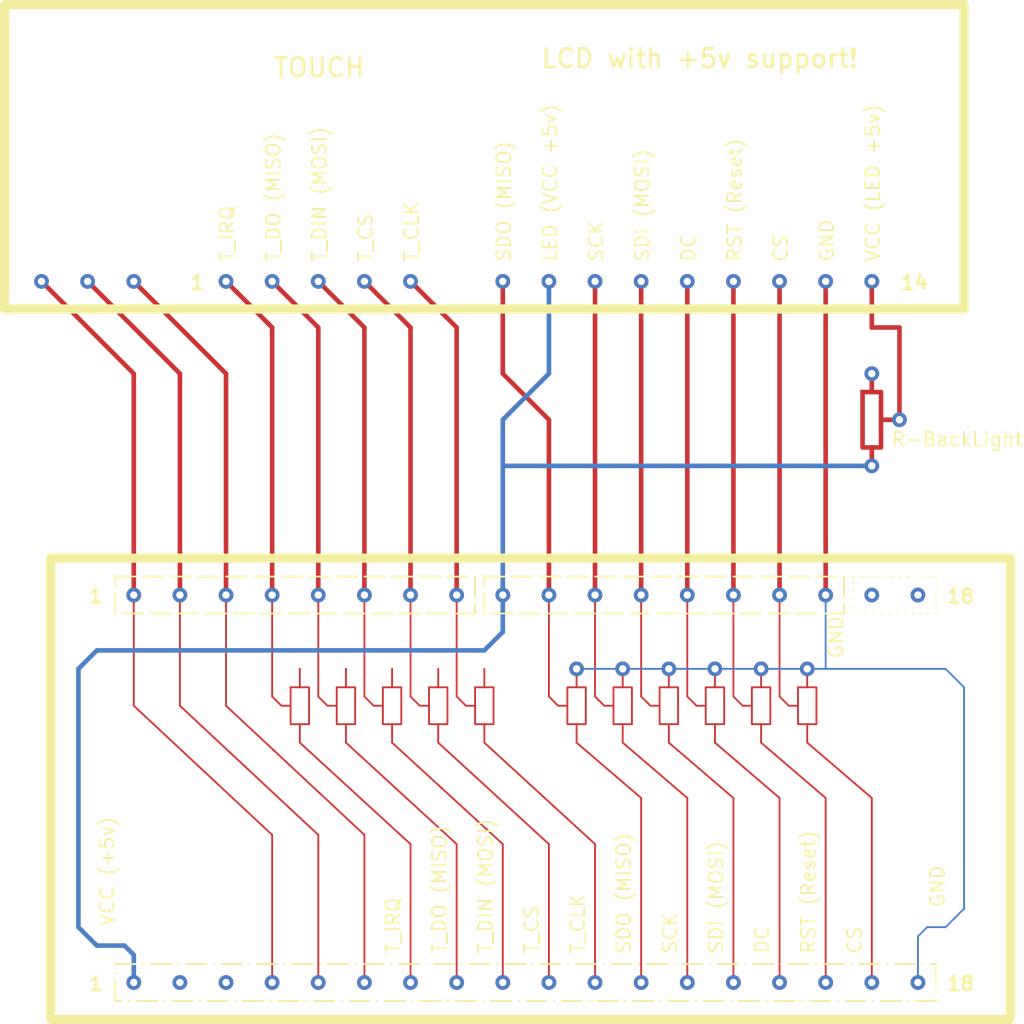
<source format=kicad_pcb>
(kicad_pcb
	(version 20240108)
	(generator "pcbnew")
	(generator_version "8.0")
	(general
		(thickness 1.6)
		(legacy_teardrops no)
	)
	(paper "A4")
	(layers
		(0 "F.Cu" signal)
		(31 "B.Cu" signal)
		(32 "B.Adhes" user "B.Adhesive")
		(33 "F.Adhes" user "F.Adhesive")
		(34 "B.Paste" user)
		(35 "F.Paste" user)
		(36 "B.SilkS" user "B.Silkscreen")
		(37 "F.SilkS" user "F.Silkscreen")
		(38 "B.Mask" user)
		(39 "F.Mask" user)
		(40 "Dwgs.User" user "User.Drawings")
		(41 "Cmts.User" user "User.Comments")
		(42 "Eco1.User" user "User.Eco1")
		(43 "Eco2.User" user "User.Eco2")
		(44 "Edge.Cuts" user)
		(45 "Margin" user)
		(46 "B.CrtYd" user "B.Courtyard")
		(47 "F.CrtYd" user "F.Courtyard")
		(48 "B.Fab" user)
		(49 "F.Fab" user)
		(50 "User.1" user)
		(51 "User.2" user)
		(52 "User.3" user)
		(53 "User.4" user)
		(54 "User.5" user)
		(55 "User.6" user)
		(56 "User.7" user)
		(57 "User.8" user)
		(58 "User.9" user)
	)
	(setup
		(pad_to_mask_clearance 0)
		(allow_soldermask_bridges_in_footprints no)
		(pcbplotparams
			(layerselection 0x00010fc_ffffffff)
			(plot_on_all_layers_selection 0x0000000_00000000)
			(disableapertmacros no)
			(usegerberextensions no)
			(usegerberattributes yes)
			(usegerberadvancedattributes yes)
			(creategerberjobfile yes)
			(dashed_line_dash_ratio 12.000000)
			(dashed_line_gap_ratio 3.000000)
			(svgprecision 4)
			(plotframeref no)
			(viasonmask no)
			(mode 1)
			(useauxorigin no)
			(hpglpennumber 1)
			(hpglpenspeed 20)
			(hpglpendiameter 15.000000)
			(pdf_front_fp_property_popups yes)
			(pdf_back_fp_property_popups yes)
			(dxfpolygonmode yes)
			(dxfimperialunits yes)
			(dxfusepcbnewfont yes)
			(psnegative no)
			(psa4output no)
			(plotreference yes)
			(plotvalue yes)
			(plotfptext yes)
			(plotinvisibletext no)
			(sketchpadsonfab no)
			(subtractmaskfromsilk no)
			(outputformat 1)
			(mirror no)
			(drillshape 1)
			(scaleselection 1)
			(outputdirectory "")
		)
	)
	(net 0 "")
	(gr_line
		(start 90 50)
		(end 90 84)
		(stroke
			(width 0.5)
			(type default)
		)
		(layer "F.Cu")
		(uuid "01123c3c-d3d5-4bb9-a141-bd3bcf2271c9")
	)
	(gr_line
		(start 63 94)
		(end 63 92)
		(stroke
			(width 0.2)
			(type default)
		)
		(layer "F.Cu")
		(uuid "03447bba-1ed6-4ae5-938c-a0500f0166cb")
	)
	(gr_line
		(start 58 100)
		(end 70 111)
		(stroke
			(width 0.2)
			(type default)
		)
		(layer "F.Cu")
		(uuid "07ccb35f-ce8f-4a0d-aabd-ff01c13b3571")
	)
	(gr_line
		(start 40 96)
		(end 55 110)
		(stroke
			(width 0.2)
			(type default)
		)
		(layer "F.Cu")
		(uuid "0970c0ad-698d-462f-bf0e-8b8897f281e6")
	)
	(gr_rect
		(start 92 94)
		(end 94 98)
		(stroke
			(width 0.2)
			(type default)
		)
		(fill none)
		(layer "F.Cu")
		(uuid "12cd4de3-5f39-4dfc-8321-26ee699fdd80")
	)
	(gr_line
		(start 60 126)
		(end 60 111)
		(stroke
			(width 0.2)
			(type default)
		)
		(layer "F.Cu")
		(uuid "17ad3d0d-4ded-47f1-9c61-3963bca56037")
	)
	(gr_line
		(start 48 98)
		(end 48 100)
		(stroke
			(width 0.2)
			(type default)
		)
		(layer "F.Cu")
		(uuid "1b6821b9-1490-427e-8a77-e62f466412cc")
	)
	(gr_rect
		(start 52 94)
		(end 54 98)
		(stroke
			(width 0.2)
			(type default)
		)
		(fill none)
		(layer "F.Cu")
		(uuid "1c6cfe5d-e26d-400b-9f50-b3cf51f662b8")
	)
	(gr_line
		(start 76 96)
		(end 77 96)
		(stroke
			(width 0.2)
			(type default)
		)
		(layer "F.Cu")
		(uuid "254192ed-e26f-41ff-b09b-bd129c0532ea")
	)
	(gr_rect
		(start 102 94)
		(end 104 98)
		(stroke
			(width 0.2)
			(type default)
		)
		(fill none)
		(layer "F.Cu")
		(uuid "268d08fe-c198-4b8a-a772-e5da6ce3aa9d")
	)
	(gr_line
		(start 65 95)
		(end 66 96)
		(stroke
			(width 0.2)
			(type default)
		)
		(layer "F.Cu")
		(uuid "26d842bb-e17c-49bb-ae71-a16a6770267b")
	)
	(gr_line
		(start 68 98)
		(end 68 100)
		(stroke
			(width 0.2)
			(type default)
		)
		(layer "F.Cu")
		(uuid "2e8a820d-ef7d-4f9d-bf60-8c2ea3e0f1ff")
	)
	(gr_line
		(start 66 96)
		(end 67 96)
		(stroke
			(width 0.2)
			(type default)
		)
		(layer "F.Cu")
		(uuid "2f1f0f0c-c577-454a-94c1-3726be3ac4d4")
	)
	(gr_line
		(start 85 50)
		(end 85 84)
		(stroke
			(width 0.5)
			(type default)
		)
		(layer "F.Cu")
		(uuid "2fe77d2b-1704-4499-af90-d2e6a3f70e98")
	)
	(gr_line
		(start 68 94)
		(end 68 92)
		(stroke
			(width 0.2)
			(type default)
		)
		(layer "F.Cu")
		(uuid "3087d7f0-0300-4c68-a1d5-ec40f7942ea6")
	)
	(gr_line
		(start 96 96)
		(end 97 96)
		(stroke
			(width 0.2)
			(type default)
		)
		(layer "F.Cu")
		(uuid "32ade15d-ca44-4716-a956-81aac869cb04")
	)
	(gr_line
		(start 60 84)
		(end 60 95)
		(stroke
			(width 0.2)
			(type default)
		)
		(layer "F.Cu")
		(uuid "34406dec-13fe-4f86-9d38-e2cc77adec20")
	)
	(gr_line
		(start 60 95)
		(end 61 96)
		(stroke
			(width 0.2)
			(type default)
		)
		(layer "F.Cu")
		(uuid "3863d8ab-6b81-4220-a933-316b5866428e")
	)
	(gr_line
		(start 48 94)
		(end 48 92)
		(stroke
			(width 0.2)
			(type default)
		)
		(layer "F.Cu")
		(uuid "3c646e36-2626-4cb7-8a5d-f337ae91010d")
	)
	(gr_line
		(start 95 106)
		(end 95 126)
		(stroke
			(width 0.2)
			(type default)
		)
		(layer "F.Cu")
		(uuid "3e1bb7af-ab08-44e1-b475-3ce15ba92f8a")
	)
	(gr_line
		(start 100 84)
		(end 100 95)
		(stroke
			(width 0.2)
			(type default)
		)
		(layer "F.Cu")
		(uuid "3f5d6e99-a26e-45dd-a5f6-e0d2f44193af")
	)
	(gr_rect
		(start 67 94)
		(end 69 98)
		(stroke
			(width 0.2)
			(type default)
		)
		(fill none)
		(layer "F.Cu")
		(uuid "40b81266-97f3-4d1f-b85d-6b71f798cbbe")
	)
	(gr_line
		(start 86 96)
		(end 87 96)
		(stroke
			(width 0.2)
			(type default)
		)
		(layer "F.Cu")
		(uuid "42804d40-8858-4372-9de5-0978a9f7f265")
	)
	(gr_line
		(start 58 98)
		(end 58 100)
		(stroke
			(width 0.2)
			(type default)
		)
		(layer "F.Cu")
		(uuid "454f87a5-4388-4c96-be2c-ac5aa6c241d9")
	)
	(gr_line
		(start 30 96)
		(end 30 84)
		(stroke
			(width 0.2)
			(type default)
		)
		(layer "F.Cu")
		(uuid "4891757d-5564-4dc5-a410-87e4d7f59c1a")
	)
	(gr_rect
		(start 57 94)
		(end 59 98)
		(stroke
			(width 0.2)
			(type default)
		)
		(fill none)
		(layer "F.Cu")
		(uuid "48ba16ac-b8ca-4565-a8bb-631b5ae8ff19")
	)
	(gr_rect
		(start 47 94)
		(end 49 98)
		(stroke
			(width 0.2)
			(type default)
		)
		(fill none)
		(layer "F.Cu")
		(uuid "4a5ebd8e-b55b-45bd-bae0-37da0e947a04")
	)
	(gr_line
		(start 70 60)
		(end 75 65)
		(stroke
			(width 0.5)
			(type default)
		)
		(layer "F.Cu")
		(uuid "4ba576e0-6ca1-4ebf-82ef-6dfeaaab9624")
	)
	(gr_line
		(start 90 126)
		(end 90 106)
		(stroke
			(width 0.2)
			(type default)
		)
		(layer "F.Cu")
		(uuid "4d6c6eb5-f522-4aa1-96ee-8ffa824ccfd4")
	)
	(gr_line
		(start 91 96)
		(end 92 96)
		(stroke
			(width 0.2)
			(type default)
		)
		(layer "F.Cu")
		(uuid "51ec7f1f-2cd2-4361-857a-49902b3eca19")
	)
	(gr_line
		(start 83 98)
		(end 83 100)
		(stroke
			(width 0.2)
			(type default)
		)
		(layer "F.Cu")
		(uuid "53e28324-403f-4c25-b256-0782bc689d8e")
	)
	(gr_line
		(start 110 50)
		(end 110 55)
		(stroke
			(width 0.5)
			(type default)
		)
		(layer "F.Cu")
		(uuid "59ad27c8-8f18-40bf-80cb-b8d956984489")
	)
	(gr_line
		(start 40 84)
		(end 40 96)
		(stroke
			(width 0.2)
			(type default)
		)
		(layer "F.Cu")
		(uuid "59b91377-2be3-4bd4-9db6-a383c4f18c27")
	)
	(gr_line
		(start 70 126)
		(end 70 111)
		(stroke
			(width 0.2)
			(type default)
		)
		(layer "F.Cu")
		(uuid "5e4d4302-8649-4cbe-94b1-748827822472")
	)
	(gr_line
		(start 45 110)
		(end 30 96)
		(stroke
			(width 0.2)
			(type default)
		)
		(layer "F.Cu")
		(uuid "620b9342-0d04-41b2-bca1-2fd10cd71359")
	)
	(gr_line
		(start 85 106)
		(end 85 126)
		(stroke
			(width 0.2)
			(type default)
		)
		(layer "F.Cu")
		(uuid "62c6e715-3f2e-42ed-8f3e-4fa606400676")
	)
	(gr_line
		(start 70 50)
		(end 70 60)
		(stroke
			(width 0.5)
			(type default)
		)
		(layer "F.Cu")
		(uuid "631ac96d-ae5e-407f-8626-c7f3faf529ab")
	)
	(gr_line
		(start 80 126)
		(end 80 111)
		(stroke
			(width 0.2)
			(type default)
		)
		(layer "F.Cu")
		(uuid "635dba88-09f4-4ca0-9cac-78a3768f488a")
	)
	(gr_line
		(start 63 100)
		(end 75 111)
		(stroke
			(width 0.2)
			(type default)
		)
		(layer "F.Cu")
		(uuid "63b7f9af-7764-4382-a476-983fd1f2f7e8")
	)
	(gr_line
		(start 100 106)
		(end 100 126)
		(stroke
			(width 0.2)
			(type default)
		)
		(layer "F.Cu")
		(uuid "64b1c947-a751-40b1-918a-a542adcc4c43")
	)
	(gr_line
		(start 101 96)
		(end 102 96)
		(stroke
			(width 0.2)
			(type default)
		)
		(layer "F.Cu")
		(uuid "6e20dacb-4463-43a3-9349-fef431cb2f5e")
	)
	(gr_rect
		(start 97 94)
		(end 99 98)
		(stroke
			(width 0.2)
			(type default)
		)
		(fill none)
		(layer "F.Cu")
		(uuid "6f49d479-b536-4cc9-8136-a2c6855e8f32")
	)
	(gr_line
		(start 48 100)
		(end 60 111)
		(stroke
			(width 0.2)
			(type default)
		)
		(layer "F.Cu")
		(uuid "6f7b4259-ab87-45b4-a556-a4a34a51d2a1")
	)
	(gr_line
		(start 61 96)
		(end 62 96)
		(stroke
			(width 0.2)
			(type default)
		)
		(layer "F.Cu")
		(uuid "706d913c-b503-40c7-a069-36e5e1af582d")
	)
	(gr_rect
		(start 88 92)
		(end 88 94)
		(stroke
			(width 0.2)
			(type default)
		)
		(fill none)
		(layer "F.Cu")
		(uuid "71029ba7-4a83-4f5a-8d71-c662963a49ce")
	)
	(gr_line
		(start 51 96)
		(end 52 96)
		(stroke
			(width 0.2)
			(type default)
		)
		(layer "F.Cu")
		(uuid "7267ac21-73b6-4b08-adf1-19da4080c1bd")
	)
	(gr_line
		(start 113 55)
		(end 113 65)
		(stroke
			(width 0.5)
			(type default)
		)
		(layer "F.Cu")
		(uuid "74314d44-6ee8-4701-b305-d05a03c7f281")
	)
	(gr_line
		(start 88 100)
		(end 95 106)
		(stroke
			(width 0.2)
			(type default)
		)
		(layer "F.Cu")
		(uuid "744a9ee3-12c0-47c9-8ab2-090f2492972f")
	)
	(gr_rect
		(start 62 94)
		(end 64 98)
		(stroke
			(width 0.2)
			(type default)
		)
		(fill none)
		(layer "F.Cu")
		(uuid "74bc4f2e-e659-44ac-b188-66159f9e9f93")
	)
	(gr_line
		(start 58 94)
		(end 58 92)
		(stroke
			(width 0.2)
			(type default)
		)
		(layer "F.Cu")
		(uuid "7513ed01-4c2f-4bec-a2fc-1316b89e186e")
	)
	(gr_line
		(start 46 96)
		(end 47 96)
		(stroke
			(width 0.2)
			(type default)
		)
		(layer "F.Cu")
		(uuid "76728fbc-8ef6-4fcb-870b-a112e18b0e24")
	)
	(gr_line
		(start 65 84)
		(end 65 95)
		(stroke
			(width 0.2)
			(type default)
		)
		(layer "F.Cu")
		(uuid "772dcd90-0648-4551-b8ba-302a519491ba")
	)
	(gr_line
		(start 110 62)
		(end 110 60)
		(stroke
			(width 0.5)
			(type default)
		)
		(layer "F.Cu")
		(uuid "778a06ae-8b85-4504-ac8e-b3f818067aab")
	)
	(gr_line
		(start 35 84)
		(end 35 96)
		(stroke
			(width 0.2)
			(type default)
		)
		(layer "F.Cu")
		(uuid "78221861-0dbf-4ab7-9014-4ba776bd1e3b")
	)
	(gr_line
		(start 55 110)
		(end 55 126)
		(stroke
			(width 0.2)
			(type default)
		)
		(layer "F.Cu")
		(uuid "7f1f2b9f-cf1b-4014-938e-22e843840260")
	)
	(gr_line
		(start 75 65)
		(end 75 84)
		(stroke
			(width 0.5)
			(type default)
		)
		(layer "F.Cu")
		(uuid "82cef38b-5eb8-4d44-995b-3af3217a31ff")
	)
	(gr_rect
		(start 78 92)
		(end 78 94)
		(stroke
			(width 0.2)
			(type default)
		)
		(fill none)
		(layer "F.Cu")
		(uuid "86fc0a45-dbb5-4c7b-b3d4-069f7d5e6f18")
	)
	(gr_line
		(start 65 126)
		(end 65 111)
		(stroke
			(width 0.2)
			(type default)
		)
		(layer "F.Cu")
		(uuid "8899c700-642b-4176-a2e5-5f637087278a")
	)
	(gr_line
		(start 75 95)
		(end 76 96)
		(stroke
			(width 0.2)
			(type default)
		)
		(layer "F.Cu")
		(uuid "891e364d-4d9d-4b15-ab5f-e695d66e2e1d")
	)
	(gr_line
		(start 35 96)
		(end 50 110)
		(stroke
			(width 0.2)
			(type default)
		)
		(layer "F.Cu")
		(uuid "8b6c497e-52e7-4213-8c92-57d787ed78cf")
	)
	(gr_line
		(start 98 98)
		(end 98 100)
		(stroke
			(width 0.2)
			(type default)
		)
		(layer "F.Cu")
		(uuid "8f225bda-5875-4718-8df7-54211480ca88")
	)
	(gr_line
		(start 103 100)
		(end 110 106)
		(stroke
			(width 0.2)
			(type default)
		)
		(layer "F.Cu")
		(uuid "95a7f379-a7fa-4652-866f-f0344ced42de")
	)
	(gr_line
		(start 90 95)
		(end 91 96)
		(stroke
			(width 0.2)
			(type default)
		)
		(layer "F.Cu")
		(uuid "95ae191d-c931-4818-831c-f32df418da7a")
	)
	(gr_line
		(start 95 95)
		(end 96 96)
		(stroke
			(width 0.2)
			(type default)
		)
		(layer "F.Cu")
		(uuid "97b9f9a4-135a-4315-b3ad-18ddf2cbe1de")
	)
	(gr_line
		(start 56 96)
		(end 57 96)
		(stroke
			(width 0.2)
			(type default)
		)
		(layer "F.Cu")
		(uuid "9ba53e2a-15c6-4de9-a84b-4639392249e5")
	)
	(gr_line
		(start 88 98)
		(end 88 100)
		(stroke
			(width 0.2)
			(type default)
		)
		(layer "F.Cu")
		(uuid "9dfb9882-df00-49de-b653-d15a8223865a")
	)
	(gr_rect
		(start 83 92)
		(end 83 94)
		(stroke
			(width 0.2)
			(type default)
		)
		(fill none)
		(layer "F.Cu")
		(uuid "a0510d60-2fca-44a8-bf47-0205e3616efd")
	)
	(gr_line
		(start 55 84)
		(end 55 95)
		(stroke
			(width 0.2)
			(type default)
		)
		(layer "F.Cu")
		(uuid "a4903989-5adf-42db-8d2b-2517e88edb30")
	)
	(gr_line
		(start 53 100)
		(end 65 111)
		(stroke
			(width 0.2)
			(type default)
		)
		(layer "F.Cu")
		(uuid "a5c205b7-8f70-487e-8ed8-58a9c9da6c25")
	)
	(gr_line
		(start 85 84)
		(end 85 95)
		(stroke
			(width 0.2)
			(type default)
		)
		(layer "F.Cu")
		(uuid "a6e8a640-1e2f-4da5-b893-c00d0c7adad1")
	)
	(gr_line
		(start 110 55)
		(end 113 55)
		(stroke
			(width 0.5)
			(type default)
		)
		(layer "F.Cu")
		(uuid "a71c8ace-91ea-498b-8181-326272b2011a")
	)
	(gr_rect
		(start 93 92)
		(end 93 94)
		(stroke
			(width 0.2)
			(type default)
		)
		(fill none)
		(layer "F.Cu")
		(uuid "a78ef63c-6a2a-4873-8bd3-1ff5fc00aa5e")
	)
	(gr_line
		(start 55 95)
		(end 56 96)
		(stroke
			(width 0.2)
			(type default)
		)
		(layer "F.Cu")
		(uuid "a7b32609-43ca-4dc9-8752-3267c5898acb")
	)
	(gr_line
		(start 68 100)
		(end 80 111)
		(stroke
			(width 0.2)
			(type default)
		)
		(layer "F.Cu")
		(uuid "a9a0dc72-2d85-4a5f-b325-19a10bcde6d6")
	)
	(gr_line
		(start 53 94)
		(end 53 92)
		(stroke
			(width 0.2)
			(type default)
		)
		(layer "F.Cu")
		(uuid "acce1303-bddf-48cb-9dc0-5b3cff7987c1")
	)
	(gr_line
		(start 105 106)
		(end 105 126)
		(stroke
			(width 0.2)
			(type default)
		)
		(layer "F.Cu")
		(uuid "aec4afa3-dbce-4dec-854a-bae5de486059")
	)
	(gr_rect
		(start 87 94)
		(end 89 98)
		(stroke
			(width 0.2)
			(type default)
		)
		(fill none)
		(layer "F.Cu")
		(uuid "af1b80f5-1184-4e93-9c2a-3c588bed4c02")
	)
	(gr_line
		(start 98 100)
		(end 105 106)
		(stroke
			(width 0.2)
			(type default)
		)
		(layer "F.Cu")
		(uuid "b0182aab-528b-4dd8-b505-7f72d1fa79ac")
	)
	(gr_line
		(start 80 84)
		(end 80 95)
		(stroke
			(width 0.2)
			(type default)
		)
		(layer "F.Cu")
		(uuid "b22e13be-ba4e-4b98-89ae-5df1e1e41742")
	)
	(gr_line
		(start 110 70)
		(end 110 68)
		(stroke
			(width 0.5)
			(type default)
		)
		(layer "F.Cu")
		(uuid "b2aad3bc-c9ab-4d81-bf1c-2ba876f22e5c")
	)
	(gr_line
		(start 90 84)
		(end 90 95)
		(stroke
			(width 0.2)
			(type default)
		)
		(layer "F.Cu")
		(uuid "b7f34d25-08ea-4d6f-bd49-336a595a18a5")
	)
	(gr_line
		(start 63 98)
		(end 63 100)
		(stroke
			(width 0.2)
			(type default)
		)
		(layer "F.Cu")
		(uuid "ba5483ce-7add-413a-9847-19d704cdb1aa")
	)
	(gr_line
		(start 45 95)
		(end 46 96)
		(stroke
			(width 0.2)
			(type default)
		)
		(layer "F.Cu")
		(uuid "bab6cb08-24ba-40f3-9976-91b0af61ef23")
	)
	(gr_line
		(start 93 98)
		(end 93 100)
		(stroke
			(width 0.2)
			(type default)
		)
		(layer "F.Cu")
		(uuid "bc4185b5-dba7-45ac-a981-52993752e57c")
	)
	(gr_line
		(start 95 84)
		(end 95 95)
		(stroke
			(width 0.2)
			(type default)
		)
		(layer "F.Cu")
		(uuid "c3507977-bfd8-46ae-816e-8dedf4f3d92f")
	)
	(gr_line
		(start 75 126)
		(end 75 111)
		(stroke
			(width 0.2)
			(type default)
		)
		(layer "F.Cu")
		(uuid "c38465ee-c313-4ff7-9a70-7ddfffd5462b")
	)
	(gr_rect
		(start 77 94)
		(end 79 98)
		(stroke
			(width 0.2)
			(type default)
		)
		(fill none)
		(layer "F.Cu")
		(uuid "c70e17b0-122b-440d-9431-766a394ac7f4")
	)
	(gr_line
		(start 50 95)
		(end 51 96)
		(stroke
			(width 0.2)
			(type default)
		)
		(layer "F.Cu")
		(uuid "cba1d016-a7f1-40c8-88f9-b878fd7039e0")
	)
	(gr_line
		(start 105 50)
		(end 105 84)
		(stroke
			(width 0.5)
			(type default)
		)
		(layer "F.Cu")
		(uuid "cc59ed76-fe67-45e9-82a3-361af09deb67")
	)
	(gr_line
		(start 53 98)
		(end 53 100)
		(stroke
			(width 0.2)
			(type default)
		)
		(layer "F.Cu")
		(uuid "cd015e32-c8f6-4e27-9222-fb5a1f687027")
	)
	(gr_line
		(start 100 95)
		(end 101 96)
		(stroke
			(width 0.2)
			(type default)
		)
		(layer "F.Cu")
		(uuid "ce0f33a6-83bd-42d5-83f6-9bbb04b08635")
	)
	(gr_rect
		(start 82 94)
		(end 84 98)
		(stroke
			(width 0.2)
			(type default)
		)
		(fill none)
		(layer "F.Cu")
		(uuid "ce8a7736-9208-4329-8894-d69751080ca7")
	)
	(gr_line
		(start 50 110)
		(end 50 126)
		(stroke
			(width 0.2)
			(type default)
		)
		(layer "F.Cu")
		(uuid "cea076d1-5111-4555-951e-6e86fffac3df")
	)
	(gr_line
		(start 93 100)
		(end 100 106)
		(stroke
			(width 0.2)
			(type default)
		)
		(layer "F.Cu")
		(uuid "d090e80e-fd23-4b67-9604-072970212a53")
	)
	(gr_line
		(start 78 98)
		(end 78 100)
		(stroke
			(width 0.2)
			(type default)
		)
		(layer "F.Cu")
		(uuid "d0c5bcb4-f033-4586-88d7-0279fea63d85")
	)
	(gr_line
		(start 85 95)
		(end 86 96)
		(stroke
			(width 0.2)
			(type default)
		)
		(layer "F.Cu")
		(uuid "d236e90a-182e-4711-97ee-c111dcddea71")
	)
	(gr_line
		(start 45 126)
		(end 45 110)
		(stroke
			(width 0.2)
			(type default)
		)
		(layer "F.Cu")
		(uuid "d7a17570-a352-4ca0-8002-21ea3e6fe3db")
	)
	(gr_rect
		(start 109 62)
		(end 111 68)
		(stroke
			(width 0.5)
			(type default)
		)
		(fill none)
		(layer "F.Cu")
		(uuid "d8d0d2b8-edaf-471b-8bdc-718eb719f4d4")
	)
	(gr_line
		(start 103 98)
		(end 103 100)
		(stroke
			(width 0.2)
			(type default)
		)
		(layer "F.Cu")
		(uuid "dc6a3eaf-4c2e-4d63-af7f-4a19b721f0b1")
	)
	(gr_line
		(start 90 106)
		(end 83 100)
		(stroke
			(width 0.2)
			(type default)
		)
		(layer "F.Cu")
		(uuid "e1e424f1-7af9-42b9-96c1-7d8eef83b41f")
	)
	(gr_line
		(start 45 84)
		(end 45 95)
		(stroke
			(width 0.2)
			(type default)
		)
		(layer "F.Cu")
		(uuid "e6d2f1ad-c2ae-460a-b97b-fe6bbdc3017c")
	)
	(gr_line
		(start 80 95)
		(end 81 96)
		(stroke
			(width 0.2)
			(type default)
		)
		(layer "F.Cu")
		(uuid "ee4cb2ec-b7ba-4393-bef2-6d1bbb056eed")
	)
	(gr_line
		(start 50 84)
		(end 50 95)
		(stroke
			(width 0.2)
			(type default)
		)
		(layer "F.Cu")
		(uuid "f1973165-1e42-4e48-8fda-20670c11f2a7")
	)
	(gr_line
		(start 78 100)
		(end 85 106)
		(stroke
			(width 0.2)
			(type default)
		)
		(layer "F.Cu")
		(uuid "f27cdfe8-6d4d-4661-a129-c50e4f3b18fd")
	)
	(gr_rect
		(start 98 92)
		(end 98 94)
		(stroke
			(width 0.2)
			(type default)
		)
		(fill none)
		(layer "F.Cu")
		(uuid "f31104d8-e5fe-4d3b-ac58-f078c9d22ec7")
	)
	(gr_line
		(start 110 106)
		(end 110 126)
		(stroke
			(width 0.2)
			(type default)
		)
		(layer "F.Cu")
		(uuid "f474aca8-5ccd-444c-99e3-f84afe200015")
	)
	(gr_line
		(start 81 96)
		(end 82 96)
		(stroke
			(width 0.2)
			(type default)
		)
		(layer "F.Cu")
		(uuid "f5e84f74-3bce-4e9d-acec-2ceb71f8c97c")
	)
	(gr_line
		(start 103 94)
		(end 103 92)
		(stroke
			(width 0.2)
			(type default)
		)
		(layer "F.Cu")
		(uuid "f60061e1-5fd7-4d6c-863f-f4463269c84f")
	)
	(gr_line
		(start 95 50)
		(end 95 84)
		(stroke
			(width 0.5)
			(type default)
		)
		(layer "F.Cu")
		(uuid "f6dcde07-1c77-4cef-bda3-7a28318a6636")
	)
	(gr_line
		(start 100 50)
		(end 100 84)
		(stroke
			(width 0.5)
			(type default)
		)
		(layer "F.Cu")
		(uuid "f91df52f-831c-4176-8d1a-0de0c822b621")
	)
	(gr_line
		(start 75 84)
		(end 75 95)
		(stroke
			(width 0.2)
			(type default)
		)
		(layer "F.Cu")
		(uuid "fb06fcd7-9d59-4413-93b1-73d762736a8a")
	)
	(gr_line
		(start 113 65)
		(end 111 65)
		(stroke
			(width 0.5)
			(type default)
		)
		(layer "F.Cu")
		(uuid "fb898528-acdd-4109-8ed1-7382bfad05d1")
	)
	(gr_line
		(start 80 50)
		(end 80 84)
		(stroke
			(width 0.5)
			(type default)
		)
		(layer "F.Cu")
		(uuid "fbe1e494-ef33-41d4-9355-9587161063c5")
	)
	(gr_line
		(start 75 60)
		(end 70 65)
		(stroke
			(width 0.5)
			(type default)
		)
		(layer "B.Cu")
		(uuid "014c8f63-d219-4bfe-891d-09de164d7e4b")
	)
	(gr_line
		(start 103 92)
		(end 118 92)
		(stroke
			(width 0.2)
			(type default)
		)
		(layer "B.Cu")
		(uuid "028f3327-81d5-4021-aeb5-1dea91dab9e6")
	)
	(gr_line
		(start 70 84)
		(end 70 88)
		(stroke
			(width 0.5)
			(type default)
		)
		(layer "B.Cu")
		(uuid "33c33458-1df3-4c65-8e22-1ff017019f20")
	)
	(gr_line
		(start 29 122)
		(end 30 123)
		(stroke
			(width 0.5)
			(type default)
		)
		(layer "B.Cu")
		(uuid "38eba752-e93d-457b-8c48-f48c4e4a7d85")
	)
	(gr_line
		(start 26 122)
		(end 29 122)
		(stroke
			(width 0.5)
			(type default)
		)
		(layer "B.Cu")
		(uuid "49fa5b2a-4c53-401e-bb5a-366d91d1146f")
	)
	(gr_line
		(start 70 70)
		(end 110 70)
		(stroke
			(width 0.5)
			(type default)
		)
		(layer "B.Cu")
		(uuid "51335dbc-a4ed-40b7-bd50-5c80a6179e8c")
	)
	(gr_line
		(start 24 92)
		(end 24 120)
		(stroke
			(width 0.5)
			(type default)
		)
		(layer "B.Cu")
		(uuid "7dd9bf44-434b-4ab7-91a9-aa546fd07796")
	)
	(gr_line
		(start 78 92)
		(end 103 92)
		(stroke
			(width 0.2)
			(type default)
		)
		(layer "B.Cu")
		(uuid "8eb818b8-6644-40ff-bb4f-c04521c60e66")
	)
	(gr_line
		(start 115 121)
		(end 115 126)
		(stroke
			(width 0.2)
			(type default)
		)
		(layer "B.Cu")
		(uuid "94fe211a-42ac-4853-ab50-101c617f7d65")
	)
	(gr_line
		(start 116 120)
		(end 115 121)
		(stroke
			(width 0.2)
			(type default)
		)
		(layer "B.Cu")
		(uuid "9f8dfaad-a490-43ec-a0f6-76fc8a643dca")
	)
	(gr_line
		(start 70 88)
		(end 68 90)
		(stroke
			(width 0.5)
			(type default)
		)
		(layer "B.Cu")
		(uuid "a0260c35-ff49-41cb-a812-5b5e5242e2b0")
	)
	(gr_line
		(start 68 90)
		(end 26 90)
		(stroke
			(width 0.5)
			(type default)
		)
		(layer "B.Cu")
		(uuid "a0918242-45f4-4ffd-a808-5b49fd4d3ef6")
	)
	(gr_line
		(start 26 90)
		(end 24 92)
		(stroke
			(width 0.5)
			(type default)
		)
		(layer "B.Cu")
		(uuid "a14a45b8-8673-4304-bf17-af0684a15040")
	)
	(gr_line
		(start 70 65)
		(end 70 84)
		(stroke
			(width 0.5)
			(type default)
		)
		(layer "B.Cu")
		(uuid "a46049ed-e66f-4089-ae38-c850376536c0")
	)
	(gr_line
		(start 30 123)
		(end 30 126)
		(stroke
			(width 0.5)
			(type default)
		)
		(layer "B.Cu")
		(uuid "a839fe3a-680b-4752-a029-63530fa05374")
	)
	(gr_line
		(start 105 84)
		(end 105 92)
		(stroke
			(width 0.2)
			(type default)
		)
		(layer "B.Cu")
		(uuid "b365ee49-3689-4eeb-81dc-af2fde26cc8d")
	)
	(gr_line
		(start 120 94)
		(end 120 118)
		(stroke
			(width 0.2)
			(type default)
		)
		(layer "B.Cu")
		(uuid "b8fc8723-24b7-4e02-98e6-536812a18a54")
	)
	(gr_line
		(start 118 120)
		(end 116 120)
		(stroke
			(width 0.2)
			(type default)
		)
		(layer "B.Cu")
		(uuid "c88beaa1-9a6b-4723-b39c-11a47b44a95e")
	)
	(gr_line
		(start 24 120)
		(end 26 122)
		(stroke
			(width 0.5)
			(type default)
		)
		(layer "B.Cu")
		(uuid "cdb065da-82c2-42ba-89f2-7c96a3a2a7fa")
	)
	(gr_line
		(start 118 92)
		(end 120 94)
		(stroke
			(width 0.2)
			(type default)
		)
		(layer "B.Cu")
		(uuid "d5f5825c-e069-49b5-9672-d0307b06e4b9")
	)
	(gr_line
		(start 75 50)
		(end 75 60)
		(stroke
			(width 0.5)
			(type default)
		)
		(layer "B.Cu")
		(uuid "db6a2880-2b2a-4d59-84bb-25820053ab2a")
	)
	(gr_line
		(start 120 118)
		(end 118 120)
		(stroke
			(width 0.2)
			(type default)
		)
		(layer "B.Cu")
		(uuid "ff69965e-fc92-4fd3-9102-48c495bf4284")
	)
	(gr_rect
		(start 21 80)
		(end 125 130)
		(stroke
			(width 1)
			(type default)
		)
		(fill none)
		(layer "F.SilkS")
		(uuid "31974d92-0aa0-4ce9-bca1-3d6245c52ed7")
	)
	(gr_rect
		(start 16 20)
		(end 120 53)
		(stroke
			(width 1)
			(type default)
		)
		(fill none)
		(layer "F.SilkS")
		(uuid "320e8592-33c8-4cac-a36a-a6c07dc0aa7c")
	)
	(gr_rect
		(start 68 82)
		(end 107 86)
		(stroke
			(width 0.2)
			(type dash)
		)
		(fill none)
		(layer "F.SilkS")
		(uuid "4f942929-207c-41b8-9195-877743685185")
	)
	(gr_rect
		(start 108 82)
		(end 117 86)
		(stroke
			(width 0.2)
			(type dot)
		)
		(fill none)
		(layer "F.SilkS")
		(uuid "6f3371a1-330b-4d83-bdaf-622125ac025a")
	)
	(gr_rect
		(start 28 124)
		(end 117 128)
		(stroke
			(width 0.2)
			(type dash_dot)
		)
		(fill none)
		(layer "F.SilkS")
		(uuid "9c96a1d4-bf0e-4425-8a49-8f6ed9b004c2")
	)
	(gr_rect
		(start 28 82)
		(end 67 86)
		(stroke
			(width 0.2)
			(type dash)
		)
		(fill none)
		(layer "F.SilkS")
		(uuid "d49cc915-0e9b-47a2-91cc-b21ca25b0c93")
	)
	(gr_text "T_IRQ"
		(at 59 123 90)
		(layer "F.SilkS")
		(uuid "00c9bc6a-3641-4f84-9a2d-80cc3d5eeb55")
		(effects
			(font
				(size 1.5 1.5)
				(thickness 0.2)
				(bold yes)
			)
			(justify left bottom)
		)
	)
	(gr_text "CS"
		(at 109 123 90)
		(layer "F.SilkS")
		(uuid "02724a11-19c1-4800-81ba-47a4a7839721")
		(effects
			(font
				(size 1.5 1.5)
				(thickness 0.2)
				(bold yes)
			)
			(justify left bottom)
		)
	)
	(gr_text "SDO (MISO)"
		(at 84 123 90)
		(layer "F.SilkS")
		(uuid "0777e4a8-ca20-4bd5-8fb0-20e2096d2d04")
		(effects
			(font
				(size 1.5 1.5)
				(thickness 0.2)
				(bold yes)
			)
			(justify left bottom)
		)
	)
	(gr_text "GND"
		(at 118 118 90)
		(layer "F.SilkS")
		(uuid "1939b6c3-8751-4204-b9ed-da05632599d8")
		(effects
			(font
				(size 1.5 1.5)
				(thickness 0.2)
				(bold yes)
			)
			(justify left bottom)
		)
	)
	(gr_text "DC"
		(at 91 48 90)
		(layer "F.SilkS")
		(uuid "288bb35a-2ccb-4333-b8bc-24bdb3c3d83e")
		(effects
			(font
				(size 1.5 1.5)
				(thickness 0.2)
				(bold yes)
			)
			(justify left bottom)
		)
	)
	(gr_text "1"
		(at 36 51 0)
		(layer "F.SilkS")
		(uuid "38274dfc-e408-40a7-ab30-45bc6d342a27")
		(effects
			(font
				(size 1.5 1.5)
				(thickness 0.3)
				(bold yes)
			)
			(justify left bottom)
		)
	)
	(gr_text "18"
		(at 118 85 0)
		(layer "F.SilkS")
		(uuid "4e1302ba-1022-4027-9901-2f29d79f907d")
		(effects
			(font
				(size 1.5 1.5)
				(thickness 0.3)
				(bold yes)
			)
			(justify left bottom)
		)
	)
	(gr_text "T_DIN (MOSI)"
		(at 51 48 90)
		(layer "F.SilkS")
		(uuid "513a7df9-f343-4c8b-b8ce-1e7270a6021a")
		(effects
			(font
				(size 1.5 1.5)
				(thickness 0.2)
				(bold yes)
			)
			(justify left bottom)
		)
	)
	(gr_text "GND"
		(at 106 48 90)
		(layer "F.SilkS")
		(uuid "58f5a16d-8634-4b95-9254-c3e93b51aa01")
		(effects
			(font
				(size 1.5 1.5)
				(thickness 0.2)
				(bold yes)
			)
			(justify left bottom)
		)
	)
	(gr_text "T_CLK"
		(at 79 123 90)
		(layer "F.SilkS")
		(uuid "6654e23b-eb21-423c-8e0b-030a00c30673")
		(effects
			(font
				(size 1.5 1.5)
				(thickness 0.2)
				(bold yes)
			)
			(justify left bottom)
		)
	)
	(gr_text "VCC (+5v)"
		(at 28 120 90)
		(layer "F.SilkS")
		(uuid "6982b580-cae5-4eeb-8938-e9de996ab0fb")
		(effects
			(font
				(size 1.5 1.5)
				(thickness 0.2)
				(bold yes)
			)
			(justify left bottom)
		)
	)
	(gr_text "T_DO (MISO)"
		(at 46 48 90)
		(layer "F.SilkS")
		(uuid "6c101c63-ff9b-4a5c-a3d1-e2600cf46072")
		(effects
			(font
				(size 1.5 1.5)
				(thickness 0.2)
				(bold yes)
			)
			(justify left bottom)
		)
	)
	(gr_text "T_IRQ"
		(at 41 48 90)
		(layer "F.SilkS")
		(uuid "732b6a60-015b-4099-babc-77c081030295")
		(effects
			(font
				(size 1.5 1.5)
				(thickness 0.2)
				(bold yes)
			)
			(justify left bottom)
		)
	)
	(gr_text "DC"
		(at 99 123 90)
		(layer "F.SilkS")
		(uuid "75afb24b-6453-4a8a-97c7-08df982cec30")
		(effects
			(font
				(size 1.5 1.5)
				(thickness 0.2)
				(bold yes)
			)
			(justify left bottom)
		)
	)
	(gr_text "R-BackLight"
		(at 112 68 0)
		(layer "F.SilkS")
		(uuid "79e8e5c9-0350-42f4-ae7c-37dfe2f5f63d")
		(effects
			(font
				(size 1.5 1.5)
				(thickness 0.2)
			)
			(justify left bottom)
		)
	)
	(gr_text "TOUCH"
		(at 45 28 0)
		(layer "F.SilkS")
		(uuid "814c4ebd-df5c-4de7-9c7a-96ec69de45ea")
		(effects
			(font
				(size 2 2)
				(thickness 0.3)
				(bold yes)
			)
			(justify left bottom)
		)
	)
	(gr_text "SDI (MOSI)"
		(at 94 123 90)
		(layer "F.SilkS")
		(uuid "8462f0bb-f91f-41ff-af71-2c29ec4f0013")
		(effects
			(font
				(size 1.5 1.5)
				(thickness 0.2)
				(bold yes)
			)
			(justify left bottom)
		)
	)
	(gr_text "T_CS"
		(at 56 48 90)
		(layer "F.SilkS")
		(uuid "8ca4d752-7ddd-430c-9174-8a884438dd15")
		(effects
			(font
				(size 1.5 1.5)
				(thickness 0.2)
				(bold yes)
			)
			(justify left bottom)
		)
	)
	(gr_text "LED (VCC +5v)"
		(at 76 48 90)
		(layer "F.SilkS")
		(uuid "8d64f101-d053-49be-b1a5-e2763ed40f50")
		(effects
			(font
				(size 1.5 1.5)
				(thickness 0.2)
				(bold yes)
			)
			(justify left bottom)
		)
	)
	(gr_text "1"
		(at 25 85 0)
		(layer "F.SilkS")
		(uuid "8f4fb233-2970-4f64-993f-cf7d96cf6b3b")
		(effects
			(font
				(size 1.5 1.5)
				(thickness 0.3)
				(bold yes)
			)
			(justify left bottom)
		)
	)
	(gr_text "LCD with +5v support!"
		(at 74 27 0)
		(layer "F.SilkS")
		(uuid "9619017e-dabd-4e39-b67b-591753493247")
		(effects
			(font
				(size 2 2)
				(thickness 0.3)
				(bold yes)
			)
			(justify left bottom)
		)
	)
	(gr_text "SDO (MISO)"
		(at 71 48 90)
		(layer "F.SilkS")
		(uuid "995719ba-95a6-41bc-9982-ff8ac8219814")
		(effects
			(font
				(size 1.5 1.5)
				(thickness 0.2)
				(bold yes)
			)
			(justify left bottom)
		)
	)
	(gr_text "CS"
		(at 101 48 90)
		(layer "F.SilkS")
		(uuid "aded8464-6dbb-4576-9b15-a602952f7f9c")
		(effects
			(font
				(size 1.5 1.5)
				(thickness 0.2)
				(bold yes)
			)
			(justify left bottom)
		)
	)
	(gr_text "SDI (MOSI)"
		(at 86 48 90)
		(layer "F.SilkS")
		(uuid "b32b2a82-a630-4d99-8258-5b154e5eadef")
		(effects
			(font
				(size 1.5 1.5)
				(thickness 0.2)
				(bold yes)
			)
			(justify left bottom)
		)
	)
	(gr_text "RST (Reset)"
		(at 104 123 90)
		(layer "F.SilkS")
		(uuid "b936e08a-58dc-4790-ad44-a8d1a392438a")
		(effects
			(font
				(size 1.5 1.5)
				(thickness 0.2)
				(bold yes)
			)
			(justify left bottom)
		)
	)
	(gr_text "18"
		(at 118 127 0)
		(layer "F.SilkS")
		(uuid "c06febf2-c625-4103-8f40-bd27c9dd2206")
		(effects
			(font
				(size 1.5 1.5)
				(thickness 0.3)
				(bold yes)
			)
			(justify left bottom)
		)
	)
	(gr_text "SCK"
		(at 81 48 90)
		(layer "F.SilkS")
		(uuid "c08e61f1-69b7-4823-b504-d91f9f48c062")
		(effects
			(font
				(size 1.5 1.5)
				(thickness 0.2)
				(bold yes)
			)
			(justify left bottom)
		)
	)
	(gr_text "SCK"
		(at 89 123 90)
		(layer "F.SilkS")
		(uuid "cb5a8576-4b2f-4733-907b-d0f1da41da2c")
		(effects
			(font
				(size 1.5 1.5)
				(thickness 0.2)
				(bold yes)
			)
			(justify left bottom)
		)
	)
	(gr_text "1"
		(at 25 127 0)
		(layer "F.SilkS")
		(uuid "cf6ce98c-a940-4ff1-ad3e-e87597a0ea3b")
		(effects
			(font
				(size 1.5 1.5)
				(thickness 0.3)
				(bold yes)
			)
			(justify left bottom)
		)
	)
	(gr_text "RST (Reset)"
		(at 96 48 90)
		(layer "F.SilkS")
		(uuid "d33d3a7c-44e9-46af-af3a-02d44a890ede")
		(effects
			(font
				(size 1.5 1.5)
				(thickness 0.2)
				(bold yes)
			)
			(justify left bottom)
		)
	)
	(gr_text "VCC (LED +5v)"
		(at 111 48 90)
		(layer "F.SilkS")
		(uuid "dbd71663-5674-4be1-bc1d-00979b7b591b")
		(effects
			(font
				(size 1.5 1.5)
				(thickness 0.2)
				(bold yes)
			)
			(justify left bottom)
		)
	)
	(gr_text "T_DO (MISO)"
		(at 64 123 90)
		(layer "F.SilkS")
		(uuid "dd474e82-8651-49ff-9474-ef45fbab7729")
		(effects
			(font
				(size 1.5 1.5)
				(thickness 0.2)
				(bold yes)
			)
			(justify left bottom)
		)
	)
	(gr_text "T_CLK"
		(at 61 48 90)
		(layer "F.SilkS")
		(uuid "e0d7628a-be20-4d8b-8782-4398377959bb")
		(effects
			(font
				(size 1.5 1.5)
				(thickness 0.2)
				(bold yes)
			)
			(justify left bottom)
		)
	)
	(gr_text "14"
		(at 113 51 0)
		(layer "F.SilkS")
		(uuid "e70d9a6b-4507-4dd5-84b0-4cb24bdf18db")
		(effects
			(font
				(size 1.5 1.5)
				(thickness 0.3)
				(bold yes)
			)
			(justify left bottom)
		)
	)
	(gr_text "GND"
		(at 107 91 90)
		(layer "F.SilkS")
		(uuid "e81c2e11-f970-4a0d-a7d0-909f5b4c3ae0")
		(effects
			(font
				(size 1.5 1.5)
				(thickness 0.2)
				(bold yes)
			)
			(justify left bottom)
		)
	)
	(gr_text "T_CS"
		(at 74 123 90)
		(layer "F.SilkS")
		(uuid "f30d3a1d-5913-4f73-8c1d-ac8cbdbaf7e3")
		(effects
			(font
				(size 1.5 1.5)
				(thickness 0.2)
				(bold yes)
			)
			(justify left bottom)
		)
	)
	(gr_text "T_DIN (MOSI)"
		(at 69 123 90)
		(layer "F.SilkS")
		(uuid "f99e51a3-163e-466b-bf3a-17e336718470")
		(effects
			(font
				(size 1.5 1.5)
				(thickness 0.2)
				(bold yes)
			)
			(justify left bottom)
		)
	)
	(segment
		(start 50 55)
		(end 45 50)
		(width 0.5)
		(layer "F.Cu")
		(net 0)
		(uuid "0f8b5658-5274-4855-8b02-14feab39e7e7")
	)
	(segment
		(start 65 55)
		(end 60 50)
		(width 0.5)
		(layer "F.Cu")
		(net 0)
		(uuid "2b1f0e16-bbbd-475c-8d01-aa4562451118")
	)
	(segment
		(start 35 84)
		(end 35 60)
		(width 0.5)
		(layer "F.Cu")
		(net 0)
		(uuid "4ab21fcc-6f6a-401a-8639-28b6ae8d9eb3")
	)
	(segment
		(start 60 55)
		(end 55 50)
		(width 0.5)
		(layer "F.Cu")
		(net 0)
		(uuid "52f69914-ddc5-4a5d-af31-651dd8e5f16d")
	)
	(segment
		(start 45 55)
		(end 40 50)
		(width 0.5)
		(layer "F.Cu")
		(net 0)
		(uuid "5744c83f-0a0a-423b-a574-6e62f77a9bba")
	)
	(segment
		(start 55 84)
		(end 55 55)
		(width 0.5)
		(layer "F.Cu")
		(net 0)
		(uuid "5f2e910a-f472-4a13-b225-da4c53aafc84")
	)
	(segment
		(start 50 84)
		(end 50 55)
		(width 0.5)
		(layer "F.Cu")
		(net 0)
		(uuid "62aa6793-d95d-426e-9eed-adf6005cc82c")
	)
	(segment
		(start 55 55)
		(end 50 50)
		(width 0.5)
		(layer "F.Cu")
		(net 0)
		(uuid "653b321e-6164-4434-8361-7d2bc720356e")
	)
	(segment
		(start 30 84)
		(end 30 60)
		(width 0.5)
		(layer "F.Cu")
		(net 0)
		(uuid "7789c1b6-b3f4-4b27-9027-14fe68681277")
	)
	(segment
		(start 65 84)
		(end 65 55)
		(width 0.5)
		(layer "F.Cu")
		(net 0)
		(uuid "a1b9a226-97f4-4fdf-aaf9-1faa4577ab99")
	)
	(segment
		(start 40 60)
		(end 30 50)
		(width 0.5)
		(layer "F.Cu")
		(net 0)
		(uuid "b7d793c4-e823-49d9-8124-cd15fbfbdedb")
	)
	(segment
		(start 35 60)
		(end 25 50)
		(width 0.5)
		(layer "F.Cu")
		(net 0)
		(uuid "cc56b575-6926-4f19-b690-4fa9996ea566")
	)
	(segment
		(start 45 84)
		(end 45 55)
		(width 0.5)
		(layer "F.Cu")
		(net 0)
		(uuid "d1d0d492-6ce9-469a-9d13-5918c4a4f99a")
	)
	(segment
		(start 60 84)
		(end 60 55)
		(width 0.5)
		(layer "F.Cu")
		(net 0)
		(uuid "d33ef79c-869b-4047-96d2-3aede827ce7e")
	)
	(segment
		(start 40 84)
		(end 40 60)
		(width 0.5)
		(layer "F.Cu")
		(net 0)
		(uuid "e290847c-0d8b-469c-888a-c391cf919710")
	)
	(segment
		(start 30 60)
		(end 20 50)
		(width 0.5)
		(layer "F.Cu")
		(net 0)
		(uuid "f02fa0f6-955d-4c7d-b1da-fda2e57d3e09")
	)
	(via
		(at 70 84)
		(size 1.6)
		(drill 0.8)
		(layers "F.Cu" "B.Cu")
		(net 0)
		(uuid "01f226e1-4402-4038-933a-ba62bfa28651")
	)
	(via
		(at 100 50)
		(size 1.6)
		(drill 0.8)
		(layers "F.Cu" "B.Cu")
		(net 0)
		(uuid "02c1fb82-6292-406e-b6d9-96aef6bb09b4")
	)
	(via
		(at 75 84)
		(size 1.6)
		(drill 0.8)
		(layers "F.Cu" "B.Cu")
		(net 0)
		(uuid "061e079b-f51c-4034-ab2c-05d99773a76f")
	)
	(via
		(at 105 84)
		(size 1.6)
		(drill 0.8)
		(layers "F.Cu" "B.Cu")
		(net 0)
		(uuid "071c4bb7-d6de-4200-88ba-216ac2fa0daa")
	)
	(via
		(at 30 84)
		(size 1.6)
		(drill 0.8)
		(layers "F.Cu" "B.Cu")
		(net 0)
		(uuid "130ace00-4432-430d-b17a-c103c6112c7c")
	)
	(via
		(at 88 92)
		(size 1.6)
		(drill 0.8)
		(layers "F.Cu" "B.Cu")
		(net 0)
		(uuid "15ca3584-825c-4834-a0e8-a447f2a40bc3")
	)
	(via
		(at 110 70)
		(size 1.6)
		(drill 0.8)
		(layers "F.Cu" "B.Cu")
		(net 0)
		(uuid "16179aca-59e8-4ea7-927c-b29553662dfa")
	)
	(via
		(at 75 50)
		(size 1.6)
		(drill 0.8)
		(layers "F.Cu" "B.Cu")
		(net 0)
		(uuid "192e96d2-d49c-4be0-a03e-8cd1326de75e")
	)
	(via
		(at 98 92)
		(size 1.6)
		(drill 0.8)
		(layers "F.Cu" "B.Cu")
		(net 0)
		(uuid "1ebd328c-ab20-4ce1-8475-abc947140d7d")
	)
	(via
		(at 80 84)
		(size 1.6)
		(drill 0.8)
		(layers "F.Cu" "B.Cu")
		(net 0)
		(uuid "21f69798-dc66-4a24-92b9-009014642767")
	)
	(via
		(at 70 50)
		(size 1.6)
		(drill 0.8)
		(layers "F.Cu" "B.Cu")
		(net 0)
		(uuid "28f18f3f-5757-46e5-a589-a7ecf032d9f8")
	)
	(via
		(at 75 126)
		(size 1.6)
		(drill 0.8)
		(layers "F.Cu" "B.Cu")
		(net 0)
		(uuid "2a2118f3-4564-4d62-ae38-db088450a7e8")
	)
	(via
		(at 78 92)
		(size 1.6)
		(drill 0.8)
		(layers "F.Cu" "B.Cu")
		(net 0)
		(uuid "313a1599-e371-4973-b27e-de075443cca4")
	)
	(via
		(at 40 126)
		(size 1.6)
		(drill 0.8)
		(layers "F.Cu" "B.Cu")
		(net 0)
		(uuid "31c0511d-3933-4759-ba60-909e900b69d2")
	)
	(via
		(at 110 50)
		(size 1.6)
		(drill 0.8)
		(layers "F.Cu" "B.Cu")
		(net 0)
		(uuid "32367999-9e9b-491c-82fb-920ceb7d1e7d")
	)
	(via
		(at 60 126)
		(size 1.6)
		(drill 0.8)
		(layers "F.Cu" "B.Cu")
		(net 0)
		(uuid "33183903-0a7b-4e00-9fd2-f18616649001")
	)
	(via
		(at 45 84)
		(size 1.6)
		(drill 0.8)
		(layers "F.Cu" "B.Cu")
		(net 0)
		(uuid "358a1a80-07ce-4a70-946d-414656bc4f84")
	)
	(via
		(at 90 50)
		(size 1.6)
		(drill 0.8)
		(layers "F.Cu" "B.Cu")
		(net 0)
		(uuid "384bbff4-5123-4b98-b3c3-9adbc990b7f7")
	)
	(via
		(at 110 126)
		(size 1.6)
		(drill 0.8)
		(layers "F.Cu" "B.Cu")
		(net 0)
		(uuid "3941c2ba-7ff8-4005-b54c-2b81c9d2d26d")
	)
	(via
		(at 103 92)
		(size 1.6)
		(drill 0.8)
		(layers "F.Cu" "B.Cu")
		(net 0)
		(uuid "3967f129-f8d2-4f4d-b4c2-c0f5b145a1d0")
	)
	(via
		(at 80 50)
		(size 1.6)
		(drill 0.8)
		(layers "F.Cu" "B.Cu")
		(net 0)
		(uuid "3cd8ffa0-0504-41b4-9f96-4c5a945b9239")
	)
	(via
		(at 85 84)
		(size 1.6)
		(drill 0.8)
		(layers "F.Cu" "B.Cu")
		(net 0)
		(uuid "50fa52cc-f3a6-4a39-befd-8b96be10871e")
	)
	(via
		(at 100 126)
		(size 1.6)
		(drill 0.8)
		(layers "F.Cu" "B.Cu")
		(net 0)
		(uuid "5b9536af-b9f1-4b32-9b92-612ed1472e88")
	)
	(via
		(at 115 126)
		(size 1.6)
		(drill 0.8)
		(layers "F.Cu" "B.Cu")
		(net 0)
		(uuid "60cd80ad-6d8a-44e3-a156-5c2acd3a2dc0")
	)
	(via
		(at 60 50)
		(size 1.6)
		(drill 0.8)
		(layers "F.Cu" "B.Cu")
		(net 0)
		(uuid "60daf609-d89d-46d4-bb05-fc82a00d5232")
	)
	(via
		(at 20 50)
		(size 1.6)
		(drill 0.8)
		(layers "F.Cu" "B.Cu")
		(net 0)
		(uuid "66c26c9b-d53c-4e26-9084-9aa592e9b60b")
	)
	(via
		(at 105 50)
		(size 1.6)
		(drill 0.8)
		(layers "F.Cu" "B.Cu")
		(net 0)
		(uuid "69fad2ba-5777-4cab-8568-290717c73ad8")
	)
	(via
		(at 35 126)
		(size 1.6)
		(drill 0.8)
		(layers "F.Cu" "B.Cu")
		(net 0)
		(uuid "78330f50-38b5-404a-9b11-e9013806df6a")
	)
	(via
		(at 40 84)
		(size 1.6)
		(drill 0.8)
		(layers "F.Cu" "B.Cu")
		(net 0)
		(uuid "7cd17c15-524d-43b9-89ec-b87cbbedf4b8")
	)
	(via
		(at 30 50)
		(size 1.6)
		(drill 0.8)
		(layers "F.Cu" "B.Cu")
		(net 0)
		(uuid "80e50f66-ac39-4eac-ac37-af77ea7a0e6e")
	)
	(via
		(at 40 50)
		(size 1.6)
		(drill 0.8)
		(layers "F.Cu" "B.Cu")
		(net 0)
		(uuid "8237252e-b769-4ade-ad89-9e7145d00daf")
	)
	(via
		(at 90 84)
		(size 1.6)
		(drill 0.8)
		(layers "F.Cu" "B.Cu")
		(net 0)
		(uuid "823d5a39-8c30-4f45-9f84-bd379d16eab9")
	)
	(via
		(at 115 84)
		(size 1.6)
		(drill 0.8)
		(layers "F.Cu" "B.Cu")
		(net 0)
		(uuid "8325b5f0-5f9a-4c59-9b6d-7eb9063f57d6")
	)
	(via
		(at 70 126)
		(size 1.6)
		(drill 0.8)
		(layers "F.Cu" "B.Cu")
		(net 0)
		(uuid "8631f37b-d2d6-495b-9893-ec941f2877e6")
	)
	(via
		(at 55 84)
		(size 1.6)
		(drill 0.8)
		(layers "F.Cu" "B.Cu")
		(net 0)
		(uuid "92092fd5-ec27-4a39-b938-6f851fcc111f")
	)
	(via
		(at 90 126)
		(size 1.6)
		(drill 0.8)
		(layers "F.Cu" "B.Cu")
		(net 0)
		(uuid "9922343d-e251-4665-abad-5e9e1fe95c28")
	)
	(via
		(at 95 50)
		(size 1.6)
		(drill 0.8)
		(layers "F.Cu" "B.Cu")
		(net 0)
		(uuid "a5e86cf6-1954-4f71-b09c-6c0139ee4391")
	)
	(via
		(at 25 50)
		(size 1.6)
		(drill 0.8)
		(layers "F.Cu" "B.Cu")
		(net 0)
		(uuid "b2f231dd-5a05-4d1c-9921-40a7e351ac5d")
	)
	(via
		(at 55 50)
		(size 1.6)
		(drill 0.8)
		(layers "F.Cu" "B.Cu")
		(net 0)
		(uuid "b4fea203-adce-4345-b168-eaa8f0e84955")
	)
	(via
		(at 65 126)
		(size 1.6)
		(drill 0.8)
		(layers "F.Cu" "B.Cu")
		(net 0)
		(uuid "b51d4df6-81c8-407b-b44f-77d197998480")
	)
	(via
		(at 110 60)
		(size 1.6)
		(drill 0.8)
		(layers "F.Cu" "B.Cu")
		(net 0)
		(uuid "b6b15252-fc4f-4237-b0f2-8858804adea1")
	)
	(via
		(at 65 84)
		(size 1.6)
		(drill 0.8)
		(layers "F.Cu" "B.Cu")
		(net 0)
		(uuid "b771583e-d520-4a7a-803a-30ec4d7f45f1")
	)
	(via
		(at 30 126)
		(size 1.6)
		(drill 0.8)
		(layers "F.Cu" "B.Cu")
		(net 0)
		(uuid "b85a035e-26c8-49d3-a069-6940f3ade1d6")
	)
	(via
		(at 50 50)
		(size 1.6)
		(drill 0.8)
		(layers "F.Cu" "B.Cu")
		(net 0)
		(uuid "b9dc3545-5a12-47c0-9cad-b91178a940ad")
	)
	(via
		(at 80 126)
		(size 1.6)
		(drill 0.8)
		(layers "F.Cu" "B.Cu")
		(net 0)
		(uuid "be9c9579-8d80-4baa-830b-877b4178dede")
	)
	(via
		(at 35 84)
		(size 1.6)
		(drill 0.8)
		(layers "F.Cu" "B.Cu")
		(net 0)
		(uuid "c43f104c-a06b-4939-9e0b-2d9912783559")
	)
	(via
		(at 85 50)
		(size 1.6)
		(drill 0.8)
		(layers "F.Cu" "B.Cu")
		(net 0)
		(uuid "c4978098-bc50-4b6e-a20b-b27c1c6a2804")
	)
	(via
		(at 93 92)
		(size 1.6)
		(drill 0.8)
		(layers "F.Cu" "B.Cu")
		(net 0)
		(uuid "cae78c95-e4ff-4a2d-8d8a-6a44a046ec13")
	)
	(via
		(at 83 92)
		(size 1.6)
		(drill 0.8)
		(layers "F.Cu" "B.Cu")
		(net 0)
		(uuid "cc6be735-9787-4317-9ccd-52135cc9c842")
	)
	(via
		(at 100 84)
		(size 1.6)
		(drill 0.8)
		(layers "F.Cu" "B.Cu")
		(net 0)
		(uuid "d1b61d46-b203-4b1b-becd-6d9cc8560bac")
	)
	(via
		(at 60 84)
		(size 1.6)
		(drill 0.8)
		(layers "F.Cu" "B.Cu")
		(net 0)
		(uuid "d6e6f379-0742-48c6-a980-afe12d0dd5f4")
	)
	(via
		(at 50 84)
		(size 1.6)
		(drill 0.8)
		(layers "F.Cu" "B.Cu")
		(net 0)
		(uuid "d9bdea4e-5784-4457-8691-65fde4aaa52d")
	)
	(via
		(at 95 126)
		(size 1.6)
		(drill 0.8)
		(layers "F.Cu" "B.Cu")
		(net 0)
		(uuid "da124d9a-3d95-4549-9f9b-ae983a7c69fb")
	)
	(via
		(at 85 126)
		(size 1.6)
		(drill 0.8)
		(layers "F.Cu" "B.Cu")
		(net 0)
		(uuid "db03e7e1-a245-4141-9e13-ca829796f8ff")
	)
	(via
		(at 50 126)
		(size 1.6)
		(drill 0.8)
		(layers "F.Cu" "B.Cu")
		(net 0)
		(uuid "dbe4afb8-9b1b-49f4-869e-8a254e008942")
	)
	(via
		(at 55 126)
		(size 1.6)
		(drill 0.8)
		(layers "F.Cu" "B.Cu")
		(net 0)
		(uuid "dd687ce1-e7de-4248-9b0b-a28e5bec5711")
	)
	(via
		(at 95 84)
		(size 1.6)
		(drill 0.8)
		(layers "F.Cu" "B.Cu")
		(net 0)
		(uuid "e4779d61-ce43-421e-b41f-e0093778751e")
	)
	(via
		(at 45 126)
		(size 1.6)
		(drill 0.8)
		(layers "F.Cu" "B.Cu")
		(net 0)
		(uuid "e7018c02-ac2b-4ffa-9d9b-ca95281e40e7")
	)
	(via
		(at 45 50)
		(size 1.6)
		(drill 0.8)
		(layers "F.Cu" "B.Cu")
		(net 0)
		(uuid "e7200ea5-55d2-499f-8452-94812c9005e7")
	)
	(via
		(at 113 65)
		(size 1.6)
		(drill 0.8)
		(layers "F.Cu" "B.Cu")
		(net 0)
		(uuid "eb83e50a-00bc-4bab-b063-092a372f0d47")
	)
	(via
		(at 110 50)
		(size 1.6)
		(drill 0.8)
		(layers "F.Cu" "B.Cu")
		(net 0)
		(uuid "f07f8837-1113-4774-834e-fb9f2f596c87")
	)
	(via
		(at 110 84)
		(size 1.6)
		(drill 0.8)
		(layers "F.Cu" "B.Cu")
		(net 0)
		(uuid "fa4b6201-07df-4f8f-bc17-c7ad01e57397")
	)
	(via
		(at 105 126)
		(size 1.6)
		(drill 0.8)
		(layers "F.Cu" "B.Cu")
		(net 0)
		(uuid "fd51ef1a-4342-4ae1-8c69-cbdbc8fb3694")
	)
)

</source>
